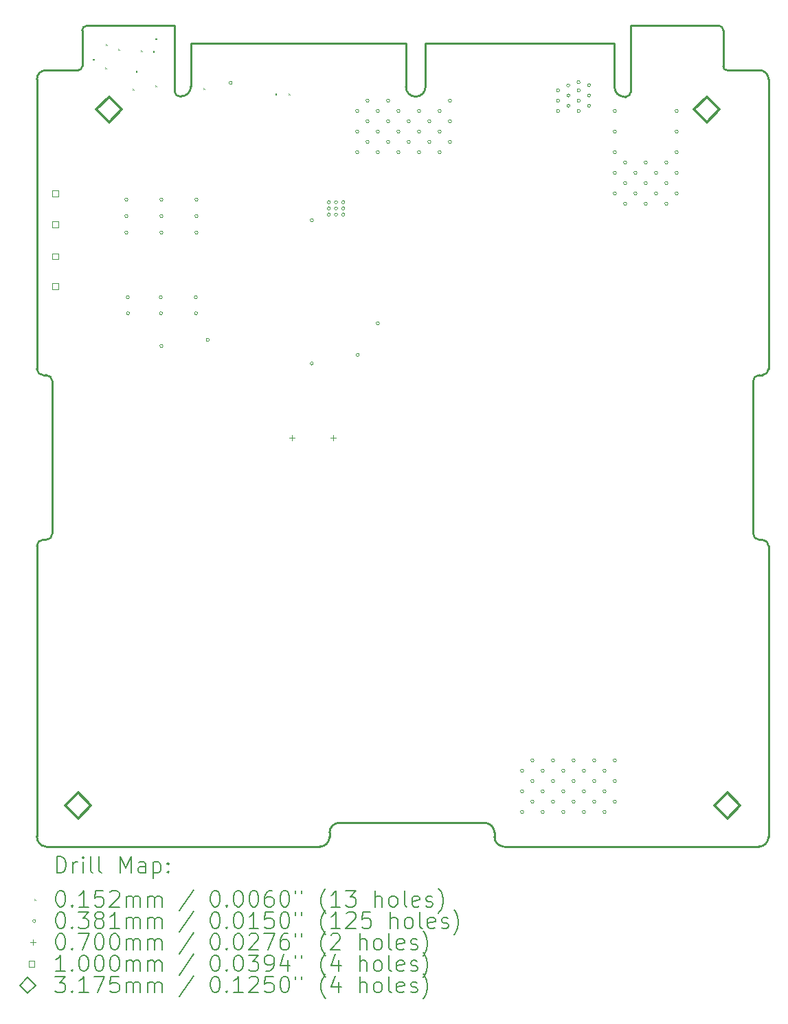
<source format=gbr>
%FSLAX45Y45*%
G04 Gerber Fmt 4.5, Leading zero omitted, Abs format (unit mm)*
G04 Created by KiCad (PCBNEW (6.0.2)) date 2022-09-07 09:44:24*
%MOMM*%
%LPD*%
G01*
G04 APERTURE LIST*
%TA.AperFunction,Profile*%
%ADD10C,0.254000*%
%TD*%
%ADD11C,0.200000*%
%ADD12C,0.015240*%
%ADD13C,0.038100*%
%ADD14C,0.070000*%
%ADD15C,0.100000*%
%ADD16C,0.317500*%
G04 APERTURE END LIST*
D10*
X10962640Y-14277340D02*
X10962640Y-14224000D01*
X10962640Y-14277340D02*
G75*
G03*
X11082020Y-14396720I119380J0D01*
G01*
X6474221Y-4284136D02*
X6944215Y-4284136D01*
X14150340Y-10541000D02*
X14150340Y-8663940D01*
X9872223Y-5037935D02*
G75*
G03*
X10112221Y-5037937I119999J-2D01*
G01*
X12442223Y-5037937D02*
G75*
G03*
X12562222Y-5157936I119999J0D01*
G01*
X7102223Y-5152933D02*
G75*
G03*
X7222222Y-5032934I0J119999D01*
G01*
X14340840Y-4942758D02*
G75*
G03*
X14230552Y-4832470I-110288J0D01*
G01*
X12642221Y-5100436D02*
X12642221Y-4490436D01*
X10112221Y-5037935D02*
X10112221Y-4500436D01*
X9872223Y-5037935D02*
X9872223Y-4500436D01*
X10112222Y-4500435D02*
X12442222Y-4500435D01*
X7022224Y-5095433D02*
X7022224Y-4485433D01*
X12442223Y-5037935D02*
X12442223Y-4500436D01*
X5433885Y-4832470D02*
G75*
G03*
X5323840Y-4942514I0J-110045D01*
G01*
X12562222Y-5157936D02*
X12584721Y-5157936D01*
X5833885Y-4832470D02*
G75*
G03*
X5882200Y-4784154I0J48316D01*
G01*
X7222222Y-5032932D02*
X7222222Y-4500435D01*
X14150340Y-10541000D02*
G75*
G03*
X14226540Y-10617200I76200J0D01*
G01*
X7079724Y-5152933D02*
X7102223Y-5152933D01*
X7222222Y-4500435D02*
X9872222Y-4500435D01*
X12704006Y-4282268D02*
X12774679Y-4282268D01*
X12584721Y-5157936D02*
G75*
G03*
X12642221Y-5100436I0J57500D01*
G01*
X5323840Y-8511540D02*
G75*
G03*
X5400040Y-8587740I76200J0D01*
G01*
X5939720Y-4284136D02*
G75*
G03*
X5882219Y-4341637I0J-57501D01*
G01*
X14264640Y-8587740D02*
G75*
G03*
X14340840Y-8511540I0J76200D01*
G01*
X13782218Y-4784136D02*
X13782218Y-4339137D01*
X5438140Y-10617200D02*
G75*
G03*
X5514340Y-10541000I0J76200D01*
G01*
X9050020Y-14104620D02*
G75*
G03*
X8930640Y-14224000I0J-119380D01*
G01*
X5323840Y-8511540D02*
X5323840Y-4942514D01*
X14340840Y-10693400D02*
G75*
G03*
X14264640Y-10617200I-76200J0D01*
G01*
X5514340Y-8663940D02*
G75*
G03*
X5438140Y-8587740I-76200J0D01*
G01*
X13782218Y-4784136D02*
G75*
G03*
X13830553Y-4832470I48334J0D01*
G01*
X13782218Y-4339137D02*
G75*
G03*
X13725349Y-4282268I-56869J0D01*
G01*
X8930640Y-14277340D02*
X8930640Y-14224000D01*
X5433885Y-4832470D02*
X5833885Y-4832470D01*
X7022224Y-5095433D02*
G75*
G03*
X7079724Y-5152933I57500J0D01*
G01*
X14340840Y-8511540D02*
X14340840Y-4942758D01*
X5400040Y-10617200D02*
G75*
G03*
X5323840Y-10693400I0J-76200D01*
G01*
X13830553Y-4832470D02*
X14230552Y-4832470D01*
X5882200Y-4784154D02*
X5882219Y-4341637D01*
X14226540Y-10617200D02*
X14264640Y-10617200D01*
X14221460Y-14396720D02*
G75*
G03*
X14340840Y-14277340I0J119380D01*
G01*
X10962640Y-14224000D02*
G75*
G03*
X10843260Y-14104620I-119380J0D01*
G01*
X8811260Y-14396720D02*
G75*
G03*
X8930640Y-14277340I0J119380D01*
G01*
X14226540Y-8587740D02*
X14264640Y-8587740D01*
X9050020Y-14104620D02*
X10843260Y-14104620D01*
X7022220Y-4485435D02*
X7022220Y-4284137D01*
X12642218Y-4490438D02*
X12642218Y-4282268D01*
X12642218Y-4282268D02*
X12704007Y-4282268D01*
X14226540Y-8587740D02*
G75*
G03*
X14150340Y-8663940I0J-76200D01*
G01*
X5939720Y-4284136D02*
X6474221Y-4284136D01*
X12774679Y-4282268D02*
X13725349Y-4282268D01*
X5323839Y-14269720D02*
X5323840Y-10693400D01*
X6944215Y-4284137D02*
X7022220Y-4284137D01*
X5323840Y-14269720D02*
G75*
G03*
X5435600Y-14396720I119380J-7620D01*
G01*
X11082020Y-14396720D02*
X14221460Y-14396720D01*
X14340840Y-14277340D02*
X14340840Y-10693400D01*
X5400040Y-10617200D02*
X5438140Y-10617200D01*
X5435600Y-14396719D02*
X8811260Y-14396720D01*
X5514340Y-10541000D02*
X5514340Y-8663940D01*
X5400040Y-8587740D02*
X5438140Y-8587740D01*
D11*
D12*
X6012180Y-4691380D02*
X6027420Y-4706620D01*
X6027420Y-4691380D02*
X6012180Y-4706620D01*
X6163178Y-4799198D02*
X6178418Y-4814438D01*
X6178418Y-4799198D02*
X6163178Y-4814438D01*
X6173470Y-4511040D02*
X6188710Y-4526280D01*
X6188710Y-4511040D02*
X6173470Y-4526280D01*
X6325870Y-4572000D02*
X6341110Y-4587240D01*
X6341110Y-4572000D02*
X6325870Y-4587240D01*
X6507480Y-5059680D02*
X6522720Y-5074920D01*
X6522720Y-5059680D02*
X6507480Y-5074920D01*
X6541770Y-4838700D02*
X6557010Y-4853940D01*
X6557010Y-4838700D02*
X6541770Y-4853940D01*
X6605270Y-4587240D02*
X6620510Y-4602480D01*
X6620510Y-4587240D02*
X6605270Y-4602480D01*
X6753860Y-4597400D02*
X6769100Y-4612640D01*
X6769100Y-4597400D02*
X6753860Y-4612640D01*
X6786880Y-4437380D02*
X6802120Y-4452620D01*
X6802120Y-4437380D02*
X6786880Y-4452620D01*
X6786880Y-5019040D02*
X6802120Y-5034280D01*
X6802120Y-5019040D02*
X6786880Y-5034280D01*
X7376160Y-5054600D02*
X7391400Y-5069840D01*
X7391400Y-5054600D02*
X7376160Y-5069840D01*
X8261401Y-5121859D02*
X8276641Y-5137099D01*
X8276641Y-5121859D02*
X8261401Y-5137099D01*
X8425180Y-5121859D02*
X8440420Y-5137099D01*
X8440420Y-5121859D02*
X8425180Y-5137099D01*
D13*
X6445250Y-6426200D02*
G75*
G03*
X6445250Y-6426200I-19050J0D01*
G01*
X6445250Y-6629400D02*
G75*
G03*
X6445250Y-6629400I-19050J0D01*
G01*
X6445250Y-6832600D02*
G75*
G03*
X6445250Y-6832600I-19050J0D01*
G01*
X6463350Y-7627300D02*
G75*
G03*
X6463350Y-7627300I-19050J0D01*
G01*
X6466550Y-7827300D02*
G75*
G03*
X6466550Y-7827300I-19050J0D01*
G01*
X6869750Y-7627300D02*
G75*
G03*
X6869750Y-7627300I-19050J0D01*
G01*
X6872950Y-7827300D02*
G75*
G03*
X6872950Y-7827300I-19050J0D01*
G01*
X6877050Y-6426200D02*
G75*
G03*
X6877050Y-6426200I-19050J0D01*
G01*
X6877050Y-6629400D02*
G75*
G03*
X6877050Y-6629400I-19050J0D01*
G01*
X6877050Y-6832600D02*
G75*
G03*
X6877050Y-6832600I-19050J0D01*
G01*
X6877050Y-8229600D02*
G75*
G03*
X6877050Y-8229600I-19050J0D01*
G01*
X7301550Y-7627300D02*
G75*
G03*
X7301550Y-7627300I-19050J0D01*
G01*
X7304750Y-7827300D02*
G75*
G03*
X7304750Y-7827300I-19050J0D01*
G01*
X7308850Y-6426200D02*
G75*
G03*
X7308850Y-6426200I-19050J0D01*
G01*
X7308850Y-6629400D02*
G75*
G03*
X7308850Y-6629400I-19050J0D01*
G01*
X7308850Y-6832600D02*
G75*
G03*
X7308850Y-6832600I-19050J0D01*
G01*
X7448550Y-8153400D02*
G75*
G03*
X7448550Y-8153400I-19050J0D01*
G01*
X7731272Y-4987778D02*
G75*
G03*
X7731272Y-4987778I-19050J0D01*
G01*
X8731250Y-6680200D02*
G75*
G03*
X8731250Y-6680200I-19050J0D01*
G01*
X8731250Y-8445500D02*
G75*
G03*
X8731250Y-8445500I-19050J0D01*
G01*
X8940800Y-6457950D02*
G75*
G03*
X8940800Y-6457950I-19050J0D01*
G01*
X8940800Y-6534150D02*
G75*
G03*
X8940800Y-6534150I-19050J0D01*
G01*
X8940800Y-6610350D02*
G75*
G03*
X8940800Y-6610350I-19050J0D01*
G01*
X9029700Y-6457950D02*
G75*
G03*
X9029700Y-6457950I-19050J0D01*
G01*
X9029700Y-6534150D02*
G75*
G03*
X9029700Y-6534150I-19050J0D01*
G01*
X9029700Y-6610350D02*
G75*
G03*
X9029700Y-6610350I-19050J0D01*
G01*
X9118600Y-6457950D02*
G75*
G03*
X9118600Y-6457950I-19050J0D01*
G01*
X9118600Y-6534150D02*
G75*
G03*
X9118600Y-6534150I-19050J0D01*
G01*
X9118600Y-6610350D02*
G75*
G03*
X9118600Y-6610350I-19050J0D01*
G01*
X9290050Y-5334000D02*
G75*
G03*
X9290050Y-5334000I-19050J0D01*
G01*
X9290050Y-5588000D02*
G75*
G03*
X9290050Y-5588000I-19050J0D01*
G01*
X9290050Y-5842000D02*
G75*
G03*
X9290050Y-5842000I-19050J0D01*
G01*
X9296100Y-8337850D02*
G75*
G03*
X9296100Y-8337850I-19050J0D01*
G01*
X9417050Y-5207000D02*
G75*
G03*
X9417050Y-5207000I-19050J0D01*
G01*
X9417050Y-5461000D02*
G75*
G03*
X9417050Y-5461000I-19050J0D01*
G01*
X9417050Y-5715000D02*
G75*
G03*
X9417050Y-5715000I-19050J0D01*
G01*
X9544050Y-5334000D02*
G75*
G03*
X9544050Y-5334000I-19050J0D01*
G01*
X9544050Y-5588000D02*
G75*
G03*
X9544050Y-5588000I-19050J0D01*
G01*
X9544050Y-5842000D02*
G75*
G03*
X9544050Y-5842000I-19050J0D01*
G01*
X9544050Y-7950200D02*
G75*
G03*
X9544050Y-7950200I-19050J0D01*
G01*
X9671050Y-5207000D02*
G75*
G03*
X9671050Y-5207000I-19050J0D01*
G01*
X9671050Y-5461000D02*
G75*
G03*
X9671050Y-5461000I-19050J0D01*
G01*
X9671050Y-5715000D02*
G75*
G03*
X9671050Y-5715000I-19050J0D01*
G01*
X9798050Y-5334000D02*
G75*
G03*
X9798050Y-5334000I-19050J0D01*
G01*
X9798050Y-5588000D02*
G75*
G03*
X9798050Y-5588000I-19050J0D01*
G01*
X9798050Y-5842000D02*
G75*
G03*
X9798050Y-5842000I-19050J0D01*
G01*
X9925050Y-5461000D02*
G75*
G03*
X9925050Y-5461000I-19050J0D01*
G01*
X9925050Y-5715000D02*
G75*
G03*
X9925050Y-5715000I-19050J0D01*
G01*
X10052050Y-5334000D02*
G75*
G03*
X10052050Y-5334000I-19050J0D01*
G01*
X10052050Y-5588000D02*
G75*
G03*
X10052050Y-5588000I-19050J0D01*
G01*
X10052050Y-5842000D02*
G75*
G03*
X10052050Y-5842000I-19050J0D01*
G01*
X10179050Y-5461000D02*
G75*
G03*
X10179050Y-5461000I-19050J0D01*
G01*
X10179050Y-5715000D02*
G75*
G03*
X10179050Y-5715000I-19050J0D01*
G01*
X10306050Y-5334000D02*
G75*
G03*
X10306050Y-5334000I-19050J0D01*
G01*
X10306050Y-5588000D02*
G75*
G03*
X10306050Y-5588000I-19050J0D01*
G01*
X10306050Y-5842000D02*
G75*
G03*
X10306050Y-5842000I-19050J0D01*
G01*
X10433050Y-5207000D02*
G75*
G03*
X10433050Y-5207000I-19050J0D01*
G01*
X10433050Y-5461000D02*
G75*
G03*
X10433050Y-5461000I-19050J0D01*
G01*
X10433050Y-5715000D02*
G75*
G03*
X10433050Y-5715000I-19050J0D01*
G01*
X11322050Y-13462000D02*
G75*
G03*
X11322050Y-13462000I-19050J0D01*
G01*
X11322050Y-13716000D02*
G75*
G03*
X11322050Y-13716000I-19050J0D01*
G01*
X11322050Y-13970000D02*
G75*
G03*
X11322050Y-13970000I-19050J0D01*
G01*
X11449050Y-13335000D02*
G75*
G03*
X11449050Y-13335000I-19050J0D01*
G01*
X11449050Y-13589000D02*
G75*
G03*
X11449050Y-13589000I-19050J0D01*
G01*
X11449050Y-13843000D02*
G75*
G03*
X11449050Y-13843000I-19050J0D01*
G01*
X11576050Y-13462000D02*
G75*
G03*
X11576050Y-13462000I-19050J0D01*
G01*
X11576050Y-13716000D02*
G75*
G03*
X11576050Y-13716000I-19050J0D01*
G01*
X11576050Y-13970000D02*
G75*
G03*
X11576050Y-13970000I-19050J0D01*
G01*
X11703050Y-13335000D02*
G75*
G03*
X11703050Y-13335000I-19050J0D01*
G01*
X11703050Y-13589000D02*
G75*
G03*
X11703050Y-13589000I-19050J0D01*
G01*
X11703050Y-13843000D02*
G75*
G03*
X11703050Y-13843000I-19050J0D01*
G01*
X11766550Y-5080000D02*
G75*
G03*
X11766550Y-5080000I-19050J0D01*
G01*
X11766550Y-5207000D02*
G75*
G03*
X11766550Y-5207000I-19050J0D01*
G01*
X11766550Y-5334000D02*
G75*
G03*
X11766550Y-5334000I-19050J0D01*
G01*
X11830050Y-13462000D02*
G75*
G03*
X11830050Y-13462000I-19050J0D01*
G01*
X11830050Y-13716000D02*
G75*
G03*
X11830050Y-13716000I-19050J0D01*
G01*
X11830050Y-13970000D02*
G75*
G03*
X11830050Y-13970000I-19050J0D01*
G01*
X11891272Y-5018778D02*
G75*
G03*
X11891272Y-5018778I-19050J0D01*
G01*
X11893550Y-5143500D02*
G75*
G03*
X11893550Y-5143500I-19050J0D01*
G01*
X11893550Y-5270500D02*
G75*
G03*
X11893550Y-5270500I-19050J0D01*
G01*
X11957050Y-13335000D02*
G75*
G03*
X11957050Y-13335000I-19050J0D01*
G01*
X11957050Y-13589000D02*
G75*
G03*
X11957050Y-13589000I-19050J0D01*
G01*
X11957050Y-13843000D02*
G75*
G03*
X11957050Y-13843000I-19050J0D01*
G01*
X12019050Y-4980000D02*
G75*
G03*
X12019050Y-4980000I-19050J0D01*
G01*
X12020550Y-5080000D02*
G75*
G03*
X12020550Y-5080000I-19050J0D01*
G01*
X12020550Y-5207000D02*
G75*
G03*
X12020550Y-5207000I-19050J0D01*
G01*
X12020550Y-5334000D02*
G75*
G03*
X12020550Y-5334000I-19050J0D01*
G01*
X12084050Y-13462000D02*
G75*
G03*
X12084050Y-13462000I-19050J0D01*
G01*
X12084050Y-13716000D02*
G75*
G03*
X12084050Y-13716000I-19050J0D01*
G01*
X12084050Y-13970000D02*
G75*
G03*
X12084050Y-13970000I-19050J0D01*
G01*
X12147550Y-5016500D02*
G75*
G03*
X12147550Y-5016500I-19050J0D01*
G01*
X12147550Y-5143500D02*
G75*
G03*
X12147550Y-5143500I-19050J0D01*
G01*
X12147550Y-5270500D02*
G75*
G03*
X12147550Y-5270500I-19050J0D01*
G01*
X12211050Y-13335000D02*
G75*
G03*
X12211050Y-13335000I-19050J0D01*
G01*
X12211050Y-13589000D02*
G75*
G03*
X12211050Y-13589000I-19050J0D01*
G01*
X12211050Y-13843000D02*
G75*
G03*
X12211050Y-13843000I-19050J0D01*
G01*
X12338050Y-13462000D02*
G75*
G03*
X12338050Y-13462000I-19050J0D01*
G01*
X12338050Y-13716000D02*
G75*
G03*
X12338050Y-13716000I-19050J0D01*
G01*
X12338050Y-13970000D02*
G75*
G03*
X12338050Y-13970000I-19050J0D01*
G01*
X12465050Y-5334000D02*
G75*
G03*
X12465050Y-5334000I-19050J0D01*
G01*
X12465050Y-5588000D02*
G75*
G03*
X12465050Y-5588000I-19050J0D01*
G01*
X12465050Y-5842000D02*
G75*
G03*
X12465050Y-5842000I-19050J0D01*
G01*
X12465050Y-6096000D02*
G75*
G03*
X12465050Y-6096000I-19050J0D01*
G01*
X12465050Y-6350000D02*
G75*
G03*
X12465050Y-6350000I-19050J0D01*
G01*
X12465050Y-13335000D02*
G75*
G03*
X12465050Y-13335000I-19050J0D01*
G01*
X12465050Y-13589000D02*
G75*
G03*
X12465050Y-13589000I-19050J0D01*
G01*
X12465050Y-13843000D02*
G75*
G03*
X12465050Y-13843000I-19050J0D01*
G01*
X12592050Y-5969000D02*
G75*
G03*
X12592050Y-5969000I-19050J0D01*
G01*
X12592050Y-6223000D02*
G75*
G03*
X12592050Y-6223000I-19050J0D01*
G01*
X12592050Y-6477000D02*
G75*
G03*
X12592050Y-6477000I-19050J0D01*
G01*
X12719050Y-6096000D02*
G75*
G03*
X12719050Y-6096000I-19050J0D01*
G01*
X12719050Y-6350000D02*
G75*
G03*
X12719050Y-6350000I-19050J0D01*
G01*
X12846050Y-5969000D02*
G75*
G03*
X12846050Y-5969000I-19050J0D01*
G01*
X12846050Y-6223000D02*
G75*
G03*
X12846050Y-6223000I-19050J0D01*
G01*
X12846050Y-6477000D02*
G75*
G03*
X12846050Y-6477000I-19050J0D01*
G01*
X12973050Y-6096000D02*
G75*
G03*
X12973050Y-6096000I-19050J0D01*
G01*
X12973050Y-6350000D02*
G75*
G03*
X12973050Y-6350000I-19050J0D01*
G01*
X13100050Y-5969000D02*
G75*
G03*
X13100050Y-5969000I-19050J0D01*
G01*
X13100050Y-6223000D02*
G75*
G03*
X13100050Y-6223000I-19050J0D01*
G01*
X13100050Y-6477000D02*
G75*
G03*
X13100050Y-6477000I-19050J0D01*
G01*
X13227050Y-5334000D02*
G75*
G03*
X13227050Y-5334000I-19050J0D01*
G01*
X13227050Y-5588000D02*
G75*
G03*
X13227050Y-5588000I-19050J0D01*
G01*
X13227050Y-5842000D02*
G75*
G03*
X13227050Y-5842000I-19050J0D01*
G01*
X13227050Y-6096000D02*
G75*
G03*
X13227050Y-6096000I-19050J0D01*
G01*
X13227050Y-6350000D02*
G75*
G03*
X13227050Y-6350000I-19050J0D01*
G01*
D14*
X8465900Y-9324900D02*
X8465900Y-9394900D01*
X8430900Y-9359900D02*
X8500900Y-9359900D01*
X8973900Y-9324900D02*
X8973900Y-9394900D01*
X8938900Y-9359900D02*
X9008900Y-9359900D01*
D15*
X5585256Y-6385356D02*
X5585256Y-6314644D01*
X5514544Y-6314644D01*
X5514544Y-6385356D01*
X5585256Y-6385356D01*
X5585256Y-6766356D02*
X5585256Y-6695644D01*
X5514544Y-6695644D01*
X5514544Y-6766356D01*
X5585256Y-6766356D01*
X5585256Y-7160056D02*
X5585256Y-7089344D01*
X5514544Y-7089344D01*
X5514544Y-7160056D01*
X5585256Y-7160056D01*
X5585256Y-7528356D02*
X5585256Y-7457644D01*
X5514544Y-7457644D01*
X5514544Y-7528356D01*
X5585256Y-7528356D01*
D16*
X5831840Y-14047470D02*
X5990590Y-13888720D01*
X5831840Y-13729970D01*
X5673090Y-13888720D01*
X5831840Y-14047470D01*
X6211840Y-5474470D02*
X6370590Y-5315720D01*
X6211840Y-5156970D01*
X6053090Y-5315720D01*
X6211840Y-5474470D01*
X13577840Y-5474470D02*
X13736590Y-5315720D01*
X13577840Y-5156970D01*
X13419090Y-5315720D01*
X13577840Y-5474470D01*
X13831840Y-14047470D02*
X13990590Y-13888720D01*
X13831840Y-13729970D01*
X13673090Y-13888720D01*
X13831840Y-14047470D01*
D11*
X5568516Y-14719896D02*
X5568516Y-14519896D01*
X5616135Y-14519896D01*
X5644707Y-14529420D01*
X5663754Y-14548467D01*
X5673278Y-14567515D01*
X5682802Y-14605610D01*
X5682802Y-14634182D01*
X5673278Y-14672277D01*
X5663754Y-14691324D01*
X5644707Y-14710372D01*
X5616135Y-14719896D01*
X5568516Y-14719896D01*
X5768516Y-14719896D02*
X5768516Y-14586563D01*
X5768516Y-14624658D02*
X5778040Y-14605610D01*
X5787564Y-14596086D01*
X5806611Y-14586563D01*
X5825659Y-14586563D01*
X5892326Y-14719896D02*
X5892326Y-14586563D01*
X5892326Y-14519896D02*
X5882802Y-14529420D01*
X5892326Y-14538944D01*
X5901849Y-14529420D01*
X5892326Y-14519896D01*
X5892326Y-14538944D01*
X6016135Y-14719896D02*
X5997088Y-14710372D01*
X5987564Y-14691324D01*
X5987564Y-14519896D01*
X6120897Y-14719896D02*
X6101849Y-14710372D01*
X6092326Y-14691324D01*
X6092326Y-14519896D01*
X6349469Y-14719896D02*
X6349469Y-14519896D01*
X6416135Y-14662753D01*
X6482802Y-14519896D01*
X6482802Y-14719896D01*
X6663754Y-14719896D02*
X6663754Y-14615134D01*
X6654230Y-14596086D01*
X6635183Y-14586563D01*
X6597088Y-14586563D01*
X6578040Y-14596086D01*
X6663754Y-14710372D02*
X6644707Y-14719896D01*
X6597088Y-14719896D01*
X6578040Y-14710372D01*
X6568516Y-14691324D01*
X6568516Y-14672277D01*
X6578040Y-14653229D01*
X6597088Y-14643705D01*
X6644707Y-14643705D01*
X6663754Y-14634182D01*
X6758992Y-14586563D02*
X6758992Y-14786563D01*
X6758992Y-14596086D02*
X6778040Y-14586563D01*
X6816135Y-14586563D01*
X6835183Y-14596086D01*
X6844707Y-14605610D01*
X6854230Y-14624658D01*
X6854230Y-14681801D01*
X6844707Y-14700848D01*
X6835183Y-14710372D01*
X6816135Y-14719896D01*
X6778040Y-14719896D01*
X6758992Y-14710372D01*
X6939945Y-14700848D02*
X6949469Y-14710372D01*
X6939945Y-14719896D01*
X6930421Y-14710372D01*
X6939945Y-14700848D01*
X6939945Y-14719896D01*
X6939945Y-14596086D02*
X6949469Y-14605610D01*
X6939945Y-14615134D01*
X6930421Y-14605610D01*
X6939945Y-14596086D01*
X6939945Y-14615134D01*
D12*
X5295657Y-15041800D02*
X5310897Y-15057040D01*
X5310897Y-15041800D02*
X5295657Y-15057040D01*
D11*
X5606611Y-14939896D02*
X5625659Y-14939896D01*
X5644707Y-14949420D01*
X5654230Y-14958944D01*
X5663754Y-14977991D01*
X5673278Y-15016086D01*
X5673278Y-15063705D01*
X5663754Y-15101801D01*
X5654230Y-15120848D01*
X5644707Y-15130372D01*
X5625659Y-15139896D01*
X5606611Y-15139896D01*
X5587564Y-15130372D01*
X5578040Y-15120848D01*
X5568516Y-15101801D01*
X5558992Y-15063705D01*
X5558992Y-15016086D01*
X5568516Y-14977991D01*
X5578040Y-14958944D01*
X5587564Y-14949420D01*
X5606611Y-14939896D01*
X5758992Y-15120848D02*
X5768516Y-15130372D01*
X5758992Y-15139896D01*
X5749469Y-15130372D01*
X5758992Y-15120848D01*
X5758992Y-15139896D01*
X5958992Y-15139896D02*
X5844707Y-15139896D01*
X5901849Y-15139896D02*
X5901849Y-14939896D01*
X5882802Y-14968467D01*
X5863754Y-14987515D01*
X5844707Y-14997039D01*
X6139945Y-14939896D02*
X6044707Y-14939896D01*
X6035183Y-15035134D01*
X6044707Y-15025610D01*
X6063754Y-15016086D01*
X6111373Y-15016086D01*
X6130421Y-15025610D01*
X6139945Y-15035134D01*
X6149469Y-15054182D01*
X6149469Y-15101801D01*
X6139945Y-15120848D01*
X6130421Y-15130372D01*
X6111373Y-15139896D01*
X6063754Y-15139896D01*
X6044707Y-15130372D01*
X6035183Y-15120848D01*
X6225659Y-14958944D02*
X6235183Y-14949420D01*
X6254230Y-14939896D01*
X6301849Y-14939896D01*
X6320897Y-14949420D01*
X6330421Y-14958944D01*
X6339945Y-14977991D01*
X6339945Y-14997039D01*
X6330421Y-15025610D01*
X6216135Y-15139896D01*
X6339945Y-15139896D01*
X6425659Y-15139896D02*
X6425659Y-15006563D01*
X6425659Y-15025610D02*
X6435183Y-15016086D01*
X6454230Y-15006563D01*
X6482802Y-15006563D01*
X6501849Y-15016086D01*
X6511373Y-15035134D01*
X6511373Y-15139896D01*
X6511373Y-15035134D02*
X6520897Y-15016086D01*
X6539945Y-15006563D01*
X6568516Y-15006563D01*
X6587564Y-15016086D01*
X6597088Y-15035134D01*
X6597088Y-15139896D01*
X6692326Y-15139896D02*
X6692326Y-15006563D01*
X6692326Y-15025610D02*
X6701849Y-15016086D01*
X6720897Y-15006563D01*
X6749469Y-15006563D01*
X6768516Y-15016086D01*
X6778040Y-15035134D01*
X6778040Y-15139896D01*
X6778040Y-15035134D02*
X6787564Y-15016086D01*
X6806611Y-15006563D01*
X6835183Y-15006563D01*
X6854230Y-15016086D01*
X6863754Y-15035134D01*
X6863754Y-15139896D01*
X7254230Y-14930372D02*
X7082802Y-15187515D01*
X7511373Y-14939896D02*
X7530421Y-14939896D01*
X7549469Y-14949420D01*
X7558992Y-14958944D01*
X7568516Y-14977991D01*
X7578040Y-15016086D01*
X7578040Y-15063705D01*
X7568516Y-15101801D01*
X7558992Y-15120848D01*
X7549469Y-15130372D01*
X7530421Y-15139896D01*
X7511373Y-15139896D01*
X7492326Y-15130372D01*
X7482802Y-15120848D01*
X7473278Y-15101801D01*
X7463754Y-15063705D01*
X7463754Y-15016086D01*
X7473278Y-14977991D01*
X7482802Y-14958944D01*
X7492326Y-14949420D01*
X7511373Y-14939896D01*
X7663754Y-15120848D02*
X7673278Y-15130372D01*
X7663754Y-15139896D01*
X7654230Y-15130372D01*
X7663754Y-15120848D01*
X7663754Y-15139896D01*
X7797088Y-14939896D02*
X7816135Y-14939896D01*
X7835183Y-14949420D01*
X7844707Y-14958944D01*
X7854230Y-14977991D01*
X7863754Y-15016086D01*
X7863754Y-15063705D01*
X7854230Y-15101801D01*
X7844707Y-15120848D01*
X7835183Y-15130372D01*
X7816135Y-15139896D01*
X7797088Y-15139896D01*
X7778040Y-15130372D01*
X7768516Y-15120848D01*
X7758992Y-15101801D01*
X7749469Y-15063705D01*
X7749469Y-15016086D01*
X7758992Y-14977991D01*
X7768516Y-14958944D01*
X7778040Y-14949420D01*
X7797088Y-14939896D01*
X7987564Y-14939896D02*
X8006611Y-14939896D01*
X8025659Y-14949420D01*
X8035183Y-14958944D01*
X8044707Y-14977991D01*
X8054230Y-15016086D01*
X8054230Y-15063705D01*
X8044707Y-15101801D01*
X8035183Y-15120848D01*
X8025659Y-15130372D01*
X8006611Y-15139896D01*
X7987564Y-15139896D01*
X7968516Y-15130372D01*
X7958992Y-15120848D01*
X7949469Y-15101801D01*
X7939945Y-15063705D01*
X7939945Y-15016086D01*
X7949469Y-14977991D01*
X7958992Y-14958944D01*
X7968516Y-14949420D01*
X7987564Y-14939896D01*
X8225659Y-14939896D02*
X8187564Y-14939896D01*
X8168516Y-14949420D01*
X8158992Y-14958944D01*
X8139945Y-14987515D01*
X8130421Y-15025610D01*
X8130421Y-15101801D01*
X8139945Y-15120848D01*
X8149469Y-15130372D01*
X8168516Y-15139896D01*
X8206611Y-15139896D01*
X8225659Y-15130372D01*
X8235183Y-15120848D01*
X8244707Y-15101801D01*
X8244707Y-15054182D01*
X8235183Y-15035134D01*
X8225659Y-15025610D01*
X8206611Y-15016086D01*
X8168516Y-15016086D01*
X8149469Y-15025610D01*
X8139945Y-15035134D01*
X8130421Y-15054182D01*
X8368516Y-14939896D02*
X8387564Y-14939896D01*
X8406611Y-14949420D01*
X8416135Y-14958944D01*
X8425659Y-14977991D01*
X8435183Y-15016086D01*
X8435183Y-15063705D01*
X8425659Y-15101801D01*
X8416135Y-15120848D01*
X8406611Y-15130372D01*
X8387564Y-15139896D01*
X8368516Y-15139896D01*
X8349469Y-15130372D01*
X8339945Y-15120848D01*
X8330421Y-15101801D01*
X8320897Y-15063705D01*
X8320897Y-15016086D01*
X8330421Y-14977991D01*
X8339945Y-14958944D01*
X8349469Y-14949420D01*
X8368516Y-14939896D01*
X8511373Y-14939896D02*
X8511373Y-14977991D01*
X8587564Y-14939896D02*
X8587564Y-14977991D01*
X8882802Y-15216086D02*
X8873278Y-15206563D01*
X8854231Y-15177991D01*
X8844707Y-15158944D01*
X8835183Y-15130372D01*
X8825659Y-15082753D01*
X8825659Y-15044658D01*
X8835183Y-14997039D01*
X8844707Y-14968467D01*
X8854231Y-14949420D01*
X8873278Y-14920848D01*
X8882802Y-14911324D01*
X9063754Y-15139896D02*
X8949469Y-15139896D01*
X9006611Y-15139896D02*
X9006611Y-14939896D01*
X8987564Y-14968467D01*
X8968516Y-14987515D01*
X8949469Y-14997039D01*
X9130421Y-14939896D02*
X9254231Y-14939896D01*
X9187564Y-15016086D01*
X9216135Y-15016086D01*
X9235183Y-15025610D01*
X9244707Y-15035134D01*
X9254231Y-15054182D01*
X9254231Y-15101801D01*
X9244707Y-15120848D01*
X9235183Y-15130372D01*
X9216135Y-15139896D01*
X9158992Y-15139896D01*
X9139945Y-15130372D01*
X9130421Y-15120848D01*
X9492326Y-15139896D02*
X9492326Y-14939896D01*
X9578040Y-15139896D02*
X9578040Y-15035134D01*
X9568516Y-15016086D01*
X9549469Y-15006563D01*
X9520897Y-15006563D01*
X9501850Y-15016086D01*
X9492326Y-15025610D01*
X9701850Y-15139896D02*
X9682802Y-15130372D01*
X9673278Y-15120848D01*
X9663754Y-15101801D01*
X9663754Y-15044658D01*
X9673278Y-15025610D01*
X9682802Y-15016086D01*
X9701850Y-15006563D01*
X9730421Y-15006563D01*
X9749469Y-15016086D01*
X9758992Y-15025610D01*
X9768516Y-15044658D01*
X9768516Y-15101801D01*
X9758992Y-15120848D01*
X9749469Y-15130372D01*
X9730421Y-15139896D01*
X9701850Y-15139896D01*
X9882802Y-15139896D02*
X9863754Y-15130372D01*
X9854231Y-15111324D01*
X9854231Y-14939896D01*
X10035183Y-15130372D02*
X10016135Y-15139896D01*
X9978040Y-15139896D01*
X9958992Y-15130372D01*
X9949469Y-15111324D01*
X9949469Y-15035134D01*
X9958992Y-15016086D01*
X9978040Y-15006563D01*
X10016135Y-15006563D01*
X10035183Y-15016086D01*
X10044707Y-15035134D01*
X10044707Y-15054182D01*
X9949469Y-15073229D01*
X10120897Y-15130372D02*
X10139945Y-15139896D01*
X10178040Y-15139896D01*
X10197088Y-15130372D01*
X10206611Y-15111324D01*
X10206611Y-15101801D01*
X10197088Y-15082753D01*
X10178040Y-15073229D01*
X10149469Y-15073229D01*
X10130421Y-15063705D01*
X10120897Y-15044658D01*
X10120897Y-15035134D01*
X10130421Y-15016086D01*
X10149469Y-15006563D01*
X10178040Y-15006563D01*
X10197088Y-15016086D01*
X10273278Y-15216086D02*
X10282802Y-15206563D01*
X10301850Y-15177991D01*
X10311373Y-15158944D01*
X10320897Y-15130372D01*
X10330421Y-15082753D01*
X10330421Y-15044658D01*
X10320897Y-14997039D01*
X10311373Y-14968467D01*
X10301850Y-14949420D01*
X10282802Y-14920848D01*
X10273278Y-14911324D01*
D13*
X5310897Y-15313420D02*
G75*
G03*
X5310897Y-15313420I-19050J0D01*
G01*
D11*
X5606611Y-15203896D02*
X5625659Y-15203896D01*
X5644707Y-15213420D01*
X5654230Y-15222944D01*
X5663754Y-15241991D01*
X5673278Y-15280086D01*
X5673278Y-15327705D01*
X5663754Y-15365801D01*
X5654230Y-15384848D01*
X5644707Y-15394372D01*
X5625659Y-15403896D01*
X5606611Y-15403896D01*
X5587564Y-15394372D01*
X5578040Y-15384848D01*
X5568516Y-15365801D01*
X5558992Y-15327705D01*
X5558992Y-15280086D01*
X5568516Y-15241991D01*
X5578040Y-15222944D01*
X5587564Y-15213420D01*
X5606611Y-15203896D01*
X5758992Y-15384848D02*
X5768516Y-15394372D01*
X5758992Y-15403896D01*
X5749469Y-15394372D01*
X5758992Y-15384848D01*
X5758992Y-15403896D01*
X5835183Y-15203896D02*
X5958992Y-15203896D01*
X5892326Y-15280086D01*
X5920897Y-15280086D01*
X5939945Y-15289610D01*
X5949469Y-15299134D01*
X5958992Y-15318182D01*
X5958992Y-15365801D01*
X5949469Y-15384848D01*
X5939945Y-15394372D01*
X5920897Y-15403896D01*
X5863754Y-15403896D01*
X5844707Y-15394372D01*
X5835183Y-15384848D01*
X6073278Y-15289610D02*
X6054230Y-15280086D01*
X6044707Y-15270563D01*
X6035183Y-15251515D01*
X6035183Y-15241991D01*
X6044707Y-15222944D01*
X6054230Y-15213420D01*
X6073278Y-15203896D01*
X6111373Y-15203896D01*
X6130421Y-15213420D01*
X6139945Y-15222944D01*
X6149469Y-15241991D01*
X6149469Y-15251515D01*
X6139945Y-15270563D01*
X6130421Y-15280086D01*
X6111373Y-15289610D01*
X6073278Y-15289610D01*
X6054230Y-15299134D01*
X6044707Y-15308658D01*
X6035183Y-15327705D01*
X6035183Y-15365801D01*
X6044707Y-15384848D01*
X6054230Y-15394372D01*
X6073278Y-15403896D01*
X6111373Y-15403896D01*
X6130421Y-15394372D01*
X6139945Y-15384848D01*
X6149469Y-15365801D01*
X6149469Y-15327705D01*
X6139945Y-15308658D01*
X6130421Y-15299134D01*
X6111373Y-15289610D01*
X6339945Y-15403896D02*
X6225659Y-15403896D01*
X6282802Y-15403896D02*
X6282802Y-15203896D01*
X6263754Y-15232467D01*
X6244707Y-15251515D01*
X6225659Y-15261039D01*
X6425659Y-15403896D02*
X6425659Y-15270563D01*
X6425659Y-15289610D02*
X6435183Y-15280086D01*
X6454230Y-15270563D01*
X6482802Y-15270563D01*
X6501849Y-15280086D01*
X6511373Y-15299134D01*
X6511373Y-15403896D01*
X6511373Y-15299134D02*
X6520897Y-15280086D01*
X6539945Y-15270563D01*
X6568516Y-15270563D01*
X6587564Y-15280086D01*
X6597088Y-15299134D01*
X6597088Y-15403896D01*
X6692326Y-15403896D02*
X6692326Y-15270563D01*
X6692326Y-15289610D02*
X6701849Y-15280086D01*
X6720897Y-15270563D01*
X6749469Y-15270563D01*
X6768516Y-15280086D01*
X6778040Y-15299134D01*
X6778040Y-15403896D01*
X6778040Y-15299134D02*
X6787564Y-15280086D01*
X6806611Y-15270563D01*
X6835183Y-15270563D01*
X6854230Y-15280086D01*
X6863754Y-15299134D01*
X6863754Y-15403896D01*
X7254230Y-15194372D02*
X7082802Y-15451515D01*
X7511373Y-15203896D02*
X7530421Y-15203896D01*
X7549469Y-15213420D01*
X7558992Y-15222944D01*
X7568516Y-15241991D01*
X7578040Y-15280086D01*
X7578040Y-15327705D01*
X7568516Y-15365801D01*
X7558992Y-15384848D01*
X7549469Y-15394372D01*
X7530421Y-15403896D01*
X7511373Y-15403896D01*
X7492326Y-15394372D01*
X7482802Y-15384848D01*
X7473278Y-15365801D01*
X7463754Y-15327705D01*
X7463754Y-15280086D01*
X7473278Y-15241991D01*
X7482802Y-15222944D01*
X7492326Y-15213420D01*
X7511373Y-15203896D01*
X7663754Y-15384848D02*
X7673278Y-15394372D01*
X7663754Y-15403896D01*
X7654230Y-15394372D01*
X7663754Y-15384848D01*
X7663754Y-15403896D01*
X7797088Y-15203896D02*
X7816135Y-15203896D01*
X7835183Y-15213420D01*
X7844707Y-15222944D01*
X7854230Y-15241991D01*
X7863754Y-15280086D01*
X7863754Y-15327705D01*
X7854230Y-15365801D01*
X7844707Y-15384848D01*
X7835183Y-15394372D01*
X7816135Y-15403896D01*
X7797088Y-15403896D01*
X7778040Y-15394372D01*
X7768516Y-15384848D01*
X7758992Y-15365801D01*
X7749469Y-15327705D01*
X7749469Y-15280086D01*
X7758992Y-15241991D01*
X7768516Y-15222944D01*
X7778040Y-15213420D01*
X7797088Y-15203896D01*
X8054230Y-15403896D02*
X7939945Y-15403896D01*
X7997088Y-15403896D02*
X7997088Y-15203896D01*
X7978040Y-15232467D01*
X7958992Y-15251515D01*
X7939945Y-15261039D01*
X8235183Y-15203896D02*
X8139945Y-15203896D01*
X8130421Y-15299134D01*
X8139945Y-15289610D01*
X8158992Y-15280086D01*
X8206611Y-15280086D01*
X8225659Y-15289610D01*
X8235183Y-15299134D01*
X8244707Y-15318182D01*
X8244707Y-15365801D01*
X8235183Y-15384848D01*
X8225659Y-15394372D01*
X8206611Y-15403896D01*
X8158992Y-15403896D01*
X8139945Y-15394372D01*
X8130421Y-15384848D01*
X8368516Y-15203896D02*
X8387564Y-15203896D01*
X8406611Y-15213420D01*
X8416135Y-15222944D01*
X8425659Y-15241991D01*
X8435183Y-15280086D01*
X8435183Y-15327705D01*
X8425659Y-15365801D01*
X8416135Y-15384848D01*
X8406611Y-15394372D01*
X8387564Y-15403896D01*
X8368516Y-15403896D01*
X8349469Y-15394372D01*
X8339945Y-15384848D01*
X8330421Y-15365801D01*
X8320897Y-15327705D01*
X8320897Y-15280086D01*
X8330421Y-15241991D01*
X8339945Y-15222944D01*
X8349469Y-15213420D01*
X8368516Y-15203896D01*
X8511373Y-15203896D02*
X8511373Y-15241991D01*
X8587564Y-15203896D02*
X8587564Y-15241991D01*
X8882802Y-15480086D02*
X8873278Y-15470563D01*
X8854231Y-15441991D01*
X8844707Y-15422944D01*
X8835183Y-15394372D01*
X8825659Y-15346753D01*
X8825659Y-15308658D01*
X8835183Y-15261039D01*
X8844707Y-15232467D01*
X8854231Y-15213420D01*
X8873278Y-15184848D01*
X8882802Y-15175324D01*
X9063754Y-15403896D02*
X8949469Y-15403896D01*
X9006611Y-15403896D02*
X9006611Y-15203896D01*
X8987564Y-15232467D01*
X8968516Y-15251515D01*
X8949469Y-15261039D01*
X9139945Y-15222944D02*
X9149469Y-15213420D01*
X9168516Y-15203896D01*
X9216135Y-15203896D01*
X9235183Y-15213420D01*
X9244707Y-15222944D01*
X9254231Y-15241991D01*
X9254231Y-15261039D01*
X9244707Y-15289610D01*
X9130421Y-15403896D01*
X9254231Y-15403896D01*
X9435183Y-15203896D02*
X9339945Y-15203896D01*
X9330421Y-15299134D01*
X9339945Y-15289610D01*
X9358992Y-15280086D01*
X9406611Y-15280086D01*
X9425659Y-15289610D01*
X9435183Y-15299134D01*
X9444707Y-15318182D01*
X9444707Y-15365801D01*
X9435183Y-15384848D01*
X9425659Y-15394372D01*
X9406611Y-15403896D01*
X9358992Y-15403896D01*
X9339945Y-15394372D01*
X9330421Y-15384848D01*
X9682802Y-15403896D02*
X9682802Y-15203896D01*
X9768516Y-15403896D02*
X9768516Y-15299134D01*
X9758992Y-15280086D01*
X9739945Y-15270563D01*
X9711373Y-15270563D01*
X9692326Y-15280086D01*
X9682802Y-15289610D01*
X9892326Y-15403896D02*
X9873278Y-15394372D01*
X9863754Y-15384848D01*
X9854231Y-15365801D01*
X9854231Y-15308658D01*
X9863754Y-15289610D01*
X9873278Y-15280086D01*
X9892326Y-15270563D01*
X9920897Y-15270563D01*
X9939945Y-15280086D01*
X9949469Y-15289610D01*
X9958992Y-15308658D01*
X9958992Y-15365801D01*
X9949469Y-15384848D01*
X9939945Y-15394372D01*
X9920897Y-15403896D01*
X9892326Y-15403896D01*
X10073278Y-15403896D02*
X10054231Y-15394372D01*
X10044707Y-15375324D01*
X10044707Y-15203896D01*
X10225659Y-15394372D02*
X10206611Y-15403896D01*
X10168516Y-15403896D01*
X10149469Y-15394372D01*
X10139945Y-15375324D01*
X10139945Y-15299134D01*
X10149469Y-15280086D01*
X10168516Y-15270563D01*
X10206611Y-15270563D01*
X10225659Y-15280086D01*
X10235183Y-15299134D01*
X10235183Y-15318182D01*
X10139945Y-15337229D01*
X10311373Y-15394372D02*
X10330421Y-15403896D01*
X10368516Y-15403896D01*
X10387564Y-15394372D01*
X10397088Y-15375324D01*
X10397088Y-15365801D01*
X10387564Y-15346753D01*
X10368516Y-15337229D01*
X10339945Y-15337229D01*
X10320897Y-15327705D01*
X10311373Y-15308658D01*
X10311373Y-15299134D01*
X10320897Y-15280086D01*
X10339945Y-15270563D01*
X10368516Y-15270563D01*
X10387564Y-15280086D01*
X10463754Y-15480086D02*
X10473278Y-15470563D01*
X10492326Y-15441991D01*
X10501850Y-15422944D01*
X10511373Y-15394372D01*
X10520897Y-15346753D01*
X10520897Y-15308658D01*
X10511373Y-15261039D01*
X10501850Y-15232467D01*
X10492326Y-15213420D01*
X10473278Y-15184848D01*
X10463754Y-15175324D01*
D14*
X5275897Y-15542420D02*
X5275897Y-15612420D01*
X5240897Y-15577420D02*
X5310897Y-15577420D01*
D11*
X5606611Y-15467896D02*
X5625659Y-15467896D01*
X5644707Y-15477420D01*
X5654230Y-15486944D01*
X5663754Y-15505991D01*
X5673278Y-15544086D01*
X5673278Y-15591705D01*
X5663754Y-15629801D01*
X5654230Y-15648848D01*
X5644707Y-15658372D01*
X5625659Y-15667896D01*
X5606611Y-15667896D01*
X5587564Y-15658372D01*
X5578040Y-15648848D01*
X5568516Y-15629801D01*
X5558992Y-15591705D01*
X5558992Y-15544086D01*
X5568516Y-15505991D01*
X5578040Y-15486944D01*
X5587564Y-15477420D01*
X5606611Y-15467896D01*
X5758992Y-15648848D02*
X5768516Y-15658372D01*
X5758992Y-15667896D01*
X5749469Y-15658372D01*
X5758992Y-15648848D01*
X5758992Y-15667896D01*
X5835183Y-15467896D02*
X5968516Y-15467896D01*
X5882802Y-15667896D01*
X6082802Y-15467896D02*
X6101849Y-15467896D01*
X6120897Y-15477420D01*
X6130421Y-15486944D01*
X6139945Y-15505991D01*
X6149469Y-15544086D01*
X6149469Y-15591705D01*
X6139945Y-15629801D01*
X6130421Y-15648848D01*
X6120897Y-15658372D01*
X6101849Y-15667896D01*
X6082802Y-15667896D01*
X6063754Y-15658372D01*
X6054230Y-15648848D01*
X6044707Y-15629801D01*
X6035183Y-15591705D01*
X6035183Y-15544086D01*
X6044707Y-15505991D01*
X6054230Y-15486944D01*
X6063754Y-15477420D01*
X6082802Y-15467896D01*
X6273278Y-15467896D02*
X6292326Y-15467896D01*
X6311373Y-15477420D01*
X6320897Y-15486944D01*
X6330421Y-15505991D01*
X6339945Y-15544086D01*
X6339945Y-15591705D01*
X6330421Y-15629801D01*
X6320897Y-15648848D01*
X6311373Y-15658372D01*
X6292326Y-15667896D01*
X6273278Y-15667896D01*
X6254230Y-15658372D01*
X6244707Y-15648848D01*
X6235183Y-15629801D01*
X6225659Y-15591705D01*
X6225659Y-15544086D01*
X6235183Y-15505991D01*
X6244707Y-15486944D01*
X6254230Y-15477420D01*
X6273278Y-15467896D01*
X6425659Y-15667896D02*
X6425659Y-15534563D01*
X6425659Y-15553610D02*
X6435183Y-15544086D01*
X6454230Y-15534563D01*
X6482802Y-15534563D01*
X6501849Y-15544086D01*
X6511373Y-15563134D01*
X6511373Y-15667896D01*
X6511373Y-15563134D02*
X6520897Y-15544086D01*
X6539945Y-15534563D01*
X6568516Y-15534563D01*
X6587564Y-15544086D01*
X6597088Y-15563134D01*
X6597088Y-15667896D01*
X6692326Y-15667896D02*
X6692326Y-15534563D01*
X6692326Y-15553610D02*
X6701849Y-15544086D01*
X6720897Y-15534563D01*
X6749469Y-15534563D01*
X6768516Y-15544086D01*
X6778040Y-15563134D01*
X6778040Y-15667896D01*
X6778040Y-15563134D02*
X6787564Y-15544086D01*
X6806611Y-15534563D01*
X6835183Y-15534563D01*
X6854230Y-15544086D01*
X6863754Y-15563134D01*
X6863754Y-15667896D01*
X7254230Y-15458372D02*
X7082802Y-15715515D01*
X7511373Y-15467896D02*
X7530421Y-15467896D01*
X7549469Y-15477420D01*
X7558992Y-15486944D01*
X7568516Y-15505991D01*
X7578040Y-15544086D01*
X7578040Y-15591705D01*
X7568516Y-15629801D01*
X7558992Y-15648848D01*
X7549469Y-15658372D01*
X7530421Y-15667896D01*
X7511373Y-15667896D01*
X7492326Y-15658372D01*
X7482802Y-15648848D01*
X7473278Y-15629801D01*
X7463754Y-15591705D01*
X7463754Y-15544086D01*
X7473278Y-15505991D01*
X7482802Y-15486944D01*
X7492326Y-15477420D01*
X7511373Y-15467896D01*
X7663754Y-15648848D02*
X7673278Y-15658372D01*
X7663754Y-15667896D01*
X7654230Y-15658372D01*
X7663754Y-15648848D01*
X7663754Y-15667896D01*
X7797088Y-15467896D02*
X7816135Y-15467896D01*
X7835183Y-15477420D01*
X7844707Y-15486944D01*
X7854230Y-15505991D01*
X7863754Y-15544086D01*
X7863754Y-15591705D01*
X7854230Y-15629801D01*
X7844707Y-15648848D01*
X7835183Y-15658372D01*
X7816135Y-15667896D01*
X7797088Y-15667896D01*
X7778040Y-15658372D01*
X7768516Y-15648848D01*
X7758992Y-15629801D01*
X7749469Y-15591705D01*
X7749469Y-15544086D01*
X7758992Y-15505991D01*
X7768516Y-15486944D01*
X7778040Y-15477420D01*
X7797088Y-15467896D01*
X7939945Y-15486944D02*
X7949469Y-15477420D01*
X7968516Y-15467896D01*
X8016135Y-15467896D01*
X8035183Y-15477420D01*
X8044707Y-15486944D01*
X8054230Y-15505991D01*
X8054230Y-15525039D01*
X8044707Y-15553610D01*
X7930421Y-15667896D01*
X8054230Y-15667896D01*
X8120897Y-15467896D02*
X8254230Y-15467896D01*
X8168516Y-15667896D01*
X8416135Y-15467896D02*
X8378040Y-15467896D01*
X8358992Y-15477420D01*
X8349469Y-15486944D01*
X8330421Y-15515515D01*
X8320897Y-15553610D01*
X8320897Y-15629801D01*
X8330421Y-15648848D01*
X8339945Y-15658372D01*
X8358992Y-15667896D01*
X8397088Y-15667896D01*
X8416135Y-15658372D01*
X8425659Y-15648848D01*
X8435183Y-15629801D01*
X8435183Y-15582182D01*
X8425659Y-15563134D01*
X8416135Y-15553610D01*
X8397088Y-15544086D01*
X8358992Y-15544086D01*
X8339945Y-15553610D01*
X8330421Y-15563134D01*
X8320897Y-15582182D01*
X8511373Y-15467896D02*
X8511373Y-15505991D01*
X8587564Y-15467896D02*
X8587564Y-15505991D01*
X8882802Y-15744086D02*
X8873278Y-15734563D01*
X8854231Y-15705991D01*
X8844707Y-15686944D01*
X8835183Y-15658372D01*
X8825659Y-15610753D01*
X8825659Y-15572658D01*
X8835183Y-15525039D01*
X8844707Y-15496467D01*
X8854231Y-15477420D01*
X8873278Y-15448848D01*
X8882802Y-15439324D01*
X8949469Y-15486944D02*
X8958992Y-15477420D01*
X8978040Y-15467896D01*
X9025659Y-15467896D01*
X9044707Y-15477420D01*
X9054231Y-15486944D01*
X9063754Y-15505991D01*
X9063754Y-15525039D01*
X9054231Y-15553610D01*
X8939945Y-15667896D01*
X9063754Y-15667896D01*
X9301850Y-15667896D02*
X9301850Y-15467896D01*
X9387564Y-15667896D02*
X9387564Y-15563134D01*
X9378040Y-15544086D01*
X9358992Y-15534563D01*
X9330421Y-15534563D01*
X9311373Y-15544086D01*
X9301850Y-15553610D01*
X9511373Y-15667896D02*
X9492326Y-15658372D01*
X9482802Y-15648848D01*
X9473278Y-15629801D01*
X9473278Y-15572658D01*
X9482802Y-15553610D01*
X9492326Y-15544086D01*
X9511373Y-15534563D01*
X9539945Y-15534563D01*
X9558992Y-15544086D01*
X9568516Y-15553610D01*
X9578040Y-15572658D01*
X9578040Y-15629801D01*
X9568516Y-15648848D01*
X9558992Y-15658372D01*
X9539945Y-15667896D01*
X9511373Y-15667896D01*
X9692326Y-15667896D02*
X9673278Y-15658372D01*
X9663754Y-15639324D01*
X9663754Y-15467896D01*
X9844707Y-15658372D02*
X9825659Y-15667896D01*
X9787564Y-15667896D01*
X9768516Y-15658372D01*
X9758992Y-15639324D01*
X9758992Y-15563134D01*
X9768516Y-15544086D01*
X9787564Y-15534563D01*
X9825659Y-15534563D01*
X9844707Y-15544086D01*
X9854231Y-15563134D01*
X9854231Y-15582182D01*
X9758992Y-15601229D01*
X9930421Y-15658372D02*
X9949469Y-15667896D01*
X9987564Y-15667896D01*
X10006611Y-15658372D01*
X10016135Y-15639324D01*
X10016135Y-15629801D01*
X10006611Y-15610753D01*
X9987564Y-15601229D01*
X9958992Y-15601229D01*
X9939945Y-15591705D01*
X9930421Y-15572658D01*
X9930421Y-15563134D01*
X9939945Y-15544086D01*
X9958992Y-15534563D01*
X9987564Y-15534563D01*
X10006611Y-15544086D01*
X10082802Y-15744086D02*
X10092326Y-15734563D01*
X10111373Y-15705991D01*
X10120897Y-15686944D01*
X10130421Y-15658372D01*
X10139945Y-15610753D01*
X10139945Y-15572658D01*
X10130421Y-15525039D01*
X10120897Y-15496467D01*
X10111373Y-15477420D01*
X10092326Y-15448848D01*
X10082802Y-15439324D01*
D15*
X5296253Y-15876775D02*
X5296253Y-15806064D01*
X5225542Y-15806064D01*
X5225542Y-15876775D01*
X5296253Y-15876775D01*
D11*
X5673278Y-15931896D02*
X5558992Y-15931896D01*
X5616135Y-15931896D02*
X5616135Y-15731896D01*
X5597088Y-15760467D01*
X5578040Y-15779515D01*
X5558992Y-15789039D01*
X5758992Y-15912848D02*
X5768516Y-15922372D01*
X5758992Y-15931896D01*
X5749469Y-15922372D01*
X5758992Y-15912848D01*
X5758992Y-15931896D01*
X5892326Y-15731896D02*
X5911373Y-15731896D01*
X5930421Y-15741420D01*
X5939945Y-15750944D01*
X5949469Y-15769991D01*
X5958992Y-15808086D01*
X5958992Y-15855705D01*
X5949469Y-15893801D01*
X5939945Y-15912848D01*
X5930421Y-15922372D01*
X5911373Y-15931896D01*
X5892326Y-15931896D01*
X5873278Y-15922372D01*
X5863754Y-15912848D01*
X5854230Y-15893801D01*
X5844707Y-15855705D01*
X5844707Y-15808086D01*
X5854230Y-15769991D01*
X5863754Y-15750944D01*
X5873278Y-15741420D01*
X5892326Y-15731896D01*
X6082802Y-15731896D02*
X6101849Y-15731896D01*
X6120897Y-15741420D01*
X6130421Y-15750944D01*
X6139945Y-15769991D01*
X6149469Y-15808086D01*
X6149469Y-15855705D01*
X6139945Y-15893801D01*
X6130421Y-15912848D01*
X6120897Y-15922372D01*
X6101849Y-15931896D01*
X6082802Y-15931896D01*
X6063754Y-15922372D01*
X6054230Y-15912848D01*
X6044707Y-15893801D01*
X6035183Y-15855705D01*
X6035183Y-15808086D01*
X6044707Y-15769991D01*
X6054230Y-15750944D01*
X6063754Y-15741420D01*
X6082802Y-15731896D01*
X6273278Y-15731896D02*
X6292326Y-15731896D01*
X6311373Y-15741420D01*
X6320897Y-15750944D01*
X6330421Y-15769991D01*
X6339945Y-15808086D01*
X6339945Y-15855705D01*
X6330421Y-15893801D01*
X6320897Y-15912848D01*
X6311373Y-15922372D01*
X6292326Y-15931896D01*
X6273278Y-15931896D01*
X6254230Y-15922372D01*
X6244707Y-15912848D01*
X6235183Y-15893801D01*
X6225659Y-15855705D01*
X6225659Y-15808086D01*
X6235183Y-15769991D01*
X6244707Y-15750944D01*
X6254230Y-15741420D01*
X6273278Y-15731896D01*
X6425659Y-15931896D02*
X6425659Y-15798563D01*
X6425659Y-15817610D02*
X6435183Y-15808086D01*
X6454230Y-15798563D01*
X6482802Y-15798563D01*
X6501849Y-15808086D01*
X6511373Y-15827134D01*
X6511373Y-15931896D01*
X6511373Y-15827134D02*
X6520897Y-15808086D01*
X6539945Y-15798563D01*
X6568516Y-15798563D01*
X6587564Y-15808086D01*
X6597088Y-15827134D01*
X6597088Y-15931896D01*
X6692326Y-15931896D02*
X6692326Y-15798563D01*
X6692326Y-15817610D02*
X6701849Y-15808086D01*
X6720897Y-15798563D01*
X6749469Y-15798563D01*
X6768516Y-15808086D01*
X6778040Y-15827134D01*
X6778040Y-15931896D01*
X6778040Y-15827134D02*
X6787564Y-15808086D01*
X6806611Y-15798563D01*
X6835183Y-15798563D01*
X6854230Y-15808086D01*
X6863754Y-15827134D01*
X6863754Y-15931896D01*
X7254230Y-15722372D02*
X7082802Y-15979515D01*
X7511373Y-15731896D02*
X7530421Y-15731896D01*
X7549469Y-15741420D01*
X7558992Y-15750944D01*
X7568516Y-15769991D01*
X7578040Y-15808086D01*
X7578040Y-15855705D01*
X7568516Y-15893801D01*
X7558992Y-15912848D01*
X7549469Y-15922372D01*
X7530421Y-15931896D01*
X7511373Y-15931896D01*
X7492326Y-15922372D01*
X7482802Y-15912848D01*
X7473278Y-15893801D01*
X7463754Y-15855705D01*
X7463754Y-15808086D01*
X7473278Y-15769991D01*
X7482802Y-15750944D01*
X7492326Y-15741420D01*
X7511373Y-15731896D01*
X7663754Y-15912848D02*
X7673278Y-15922372D01*
X7663754Y-15931896D01*
X7654230Y-15922372D01*
X7663754Y-15912848D01*
X7663754Y-15931896D01*
X7797088Y-15731896D02*
X7816135Y-15731896D01*
X7835183Y-15741420D01*
X7844707Y-15750944D01*
X7854230Y-15769991D01*
X7863754Y-15808086D01*
X7863754Y-15855705D01*
X7854230Y-15893801D01*
X7844707Y-15912848D01*
X7835183Y-15922372D01*
X7816135Y-15931896D01*
X7797088Y-15931896D01*
X7778040Y-15922372D01*
X7768516Y-15912848D01*
X7758992Y-15893801D01*
X7749469Y-15855705D01*
X7749469Y-15808086D01*
X7758992Y-15769991D01*
X7768516Y-15750944D01*
X7778040Y-15741420D01*
X7797088Y-15731896D01*
X7930421Y-15731896D02*
X8054230Y-15731896D01*
X7987564Y-15808086D01*
X8016135Y-15808086D01*
X8035183Y-15817610D01*
X8044707Y-15827134D01*
X8054230Y-15846182D01*
X8054230Y-15893801D01*
X8044707Y-15912848D01*
X8035183Y-15922372D01*
X8016135Y-15931896D01*
X7958992Y-15931896D01*
X7939945Y-15922372D01*
X7930421Y-15912848D01*
X8149469Y-15931896D02*
X8187564Y-15931896D01*
X8206611Y-15922372D01*
X8216135Y-15912848D01*
X8235183Y-15884277D01*
X8244707Y-15846182D01*
X8244707Y-15769991D01*
X8235183Y-15750944D01*
X8225659Y-15741420D01*
X8206611Y-15731896D01*
X8168516Y-15731896D01*
X8149469Y-15741420D01*
X8139945Y-15750944D01*
X8130421Y-15769991D01*
X8130421Y-15817610D01*
X8139945Y-15836658D01*
X8149469Y-15846182D01*
X8168516Y-15855705D01*
X8206611Y-15855705D01*
X8225659Y-15846182D01*
X8235183Y-15836658D01*
X8244707Y-15817610D01*
X8416135Y-15798563D02*
X8416135Y-15931896D01*
X8368516Y-15722372D02*
X8320897Y-15865229D01*
X8444707Y-15865229D01*
X8511373Y-15731896D02*
X8511373Y-15769991D01*
X8587564Y-15731896D02*
X8587564Y-15769991D01*
X8882802Y-16008086D02*
X8873278Y-15998563D01*
X8854231Y-15969991D01*
X8844707Y-15950944D01*
X8835183Y-15922372D01*
X8825659Y-15874753D01*
X8825659Y-15836658D01*
X8835183Y-15789039D01*
X8844707Y-15760467D01*
X8854231Y-15741420D01*
X8873278Y-15712848D01*
X8882802Y-15703324D01*
X9044707Y-15798563D02*
X9044707Y-15931896D01*
X8997088Y-15722372D02*
X8949469Y-15865229D01*
X9073278Y-15865229D01*
X9301850Y-15931896D02*
X9301850Y-15731896D01*
X9387564Y-15931896D02*
X9387564Y-15827134D01*
X9378040Y-15808086D01*
X9358992Y-15798563D01*
X9330421Y-15798563D01*
X9311373Y-15808086D01*
X9301850Y-15817610D01*
X9511373Y-15931896D02*
X9492326Y-15922372D01*
X9482802Y-15912848D01*
X9473278Y-15893801D01*
X9473278Y-15836658D01*
X9482802Y-15817610D01*
X9492326Y-15808086D01*
X9511373Y-15798563D01*
X9539945Y-15798563D01*
X9558992Y-15808086D01*
X9568516Y-15817610D01*
X9578040Y-15836658D01*
X9578040Y-15893801D01*
X9568516Y-15912848D01*
X9558992Y-15922372D01*
X9539945Y-15931896D01*
X9511373Y-15931896D01*
X9692326Y-15931896D02*
X9673278Y-15922372D01*
X9663754Y-15903324D01*
X9663754Y-15731896D01*
X9844707Y-15922372D02*
X9825659Y-15931896D01*
X9787564Y-15931896D01*
X9768516Y-15922372D01*
X9758992Y-15903324D01*
X9758992Y-15827134D01*
X9768516Y-15808086D01*
X9787564Y-15798563D01*
X9825659Y-15798563D01*
X9844707Y-15808086D01*
X9854231Y-15827134D01*
X9854231Y-15846182D01*
X9758992Y-15865229D01*
X9930421Y-15922372D02*
X9949469Y-15931896D01*
X9987564Y-15931896D01*
X10006611Y-15922372D01*
X10016135Y-15903324D01*
X10016135Y-15893801D01*
X10006611Y-15874753D01*
X9987564Y-15865229D01*
X9958992Y-15865229D01*
X9939945Y-15855705D01*
X9930421Y-15836658D01*
X9930421Y-15827134D01*
X9939945Y-15808086D01*
X9958992Y-15798563D01*
X9987564Y-15798563D01*
X10006611Y-15808086D01*
X10082802Y-16008086D02*
X10092326Y-15998563D01*
X10111373Y-15969991D01*
X10120897Y-15950944D01*
X10130421Y-15922372D01*
X10139945Y-15874753D01*
X10139945Y-15836658D01*
X10130421Y-15789039D01*
X10120897Y-15760467D01*
X10111373Y-15741420D01*
X10092326Y-15712848D01*
X10082802Y-15703324D01*
X5210897Y-16205420D02*
X5310897Y-16105420D01*
X5210897Y-16005420D01*
X5110897Y-16105420D01*
X5210897Y-16205420D01*
X5549469Y-15995896D02*
X5673278Y-15995896D01*
X5606611Y-16072086D01*
X5635183Y-16072086D01*
X5654230Y-16081610D01*
X5663754Y-16091134D01*
X5673278Y-16110182D01*
X5673278Y-16157801D01*
X5663754Y-16176848D01*
X5654230Y-16186372D01*
X5635183Y-16195896D01*
X5578040Y-16195896D01*
X5558992Y-16186372D01*
X5549469Y-16176848D01*
X5758992Y-16176848D02*
X5768516Y-16186372D01*
X5758992Y-16195896D01*
X5749469Y-16186372D01*
X5758992Y-16176848D01*
X5758992Y-16195896D01*
X5958992Y-16195896D02*
X5844707Y-16195896D01*
X5901849Y-16195896D02*
X5901849Y-15995896D01*
X5882802Y-16024467D01*
X5863754Y-16043515D01*
X5844707Y-16053039D01*
X6025659Y-15995896D02*
X6158992Y-15995896D01*
X6073278Y-16195896D01*
X6330421Y-15995896D02*
X6235183Y-15995896D01*
X6225659Y-16091134D01*
X6235183Y-16081610D01*
X6254230Y-16072086D01*
X6301849Y-16072086D01*
X6320897Y-16081610D01*
X6330421Y-16091134D01*
X6339945Y-16110182D01*
X6339945Y-16157801D01*
X6330421Y-16176848D01*
X6320897Y-16186372D01*
X6301849Y-16195896D01*
X6254230Y-16195896D01*
X6235183Y-16186372D01*
X6225659Y-16176848D01*
X6425659Y-16195896D02*
X6425659Y-16062563D01*
X6425659Y-16081610D02*
X6435183Y-16072086D01*
X6454230Y-16062563D01*
X6482802Y-16062563D01*
X6501849Y-16072086D01*
X6511373Y-16091134D01*
X6511373Y-16195896D01*
X6511373Y-16091134D02*
X6520897Y-16072086D01*
X6539945Y-16062563D01*
X6568516Y-16062563D01*
X6587564Y-16072086D01*
X6597088Y-16091134D01*
X6597088Y-16195896D01*
X6692326Y-16195896D02*
X6692326Y-16062563D01*
X6692326Y-16081610D02*
X6701849Y-16072086D01*
X6720897Y-16062563D01*
X6749469Y-16062563D01*
X6768516Y-16072086D01*
X6778040Y-16091134D01*
X6778040Y-16195896D01*
X6778040Y-16091134D02*
X6787564Y-16072086D01*
X6806611Y-16062563D01*
X6835183Y-16062563D01*
X6854230Y-16072086D01*
X6863754Y-16091134D01*
X6863754Y-16195896D01*
X7254230Y-15986372D02*
X7082802Y-16243515D01*
X7511373Y-15995896D02*
X7530421Y-15995896D01*
X7549469Y-16005420D01*
X7558992Y-16014944D01*
X7568516Y-16033991D01*
X7578040Y-16072086D01*
X7578040Y-16119705D01*
X7568516Y-16157801D01*
X7558992Y-16176848D01*
X7549469Y-16186372D01*
X7530421Y-16195896D01*
X7511373Y-16195896D01*
X7492326Y-16186372D01*
X7482802Y-16176848D01*
X7473278Y-16157801D01*
X7463754Y-16119705D01*
X7463754Y-16072086D01*
X7473278Y-16033991D01*
X7482802Y-16014944D01*
X7492326Y-16005420D01*
X7511373Y-15995896D01*
X7663754Y-16176848D02*
X7673278Y-16186372D01*
X7663754Y-16195896D01*
X7654230Y-16186372D01*
X7663754Y-16176848D01*
X7663754Y-16195896D01*
X7863754Y-16195896D02*
X7749469Y-16195896D01*
X7806611Y-16195896D02*
X7806611Y-15995896D01*
X7787564Y-16024467D01*
X7768516Y-16043515D01*
X7749469Y-16053039D01*
X7939945Y-16014944D02*
X7949469Y-16005420D01*
X7968516Y-15995896D01*
X8016135Y-15995896D01*
X8035183Y-16005420D01*
X8044707Y-16014944D01*
X8054230Y-16033991D01*
X8054230Y-16053039D01*
X8044707Y-16081610D01*
X7930421Y-16195896D01*
X8054230Y-16195896D01*
X8235183Y-15995896D02*
X8139945Y-15995896D01*
X8130421Y-16091134D01*
X8139945Y-16081610D01*
X8158992Y-16072086D01*
X8206611Y-16072086D01*
X8225659Y-16081610D01*
X8235183Y-16091134D01*
X8244707Y-16110182D01*
X8244707Y-16157801D01*
X8235183Y-16176848D01*
X8225659Y-16186372D01*
X8206611Y-16195896D01*
X8158992Y-16195896D01*
X8139945Y-16186372D01*
X8130421Y-16176848D01*
X8368516Y-15995896D02*
X8387564Y-15995896D01*
X8406611Y-16005420D01*
X8416135Y-16014944D01*
X8425659Y-16033991D01*
X8435183Y-16072086D01*
X8435183Y-16119705D01*
X8425659Y-16157801D01*
X8416135Y-16176848D01*
X8406611Y-16186372D01*
X8387564Y-16195896D01*
X8368516Y-16195896D01*
X8349469Y-16186372D01*
X8339945Y-16176848D01*
X8330421Y-16157801D01*
X8320897Y-16119705D01*
X8320897Y-16072086D01*
X8330421Y-16033991D01*
X8339945Y-16014944D01*
X8349469Y-16005420D01*
X8368516Y-15995896D01*
X8511373Y-15995896D02*
X8511373Y-16033991D01*
X8587564Y-15995896D02*
X8587564Y-16033991D01*
X8882802Y-16272086D02*
X8873278Y-16262563D01*
X8854231Y-16233991D01*
X8844707Y-16214944D01*
X8835183Y-16186372D01*
X8825659Y-16138753D01*
X8825659Y-16100658D01*
X8835183Y-16053039D01*
X8844707Y-16024467D01*
X8854231Y-16005420D01*
X8873278Y-15976848D01*
X8882802Y-15967324D01*
X9044707Y-16062563D02*
X9044707Y-16195896D01*
X8997088Y-15986372D02*
X8949469Y-16129229D01*
X9073278Y-16129229D01*
X9301850Y-16195896D02*
X9301850Y-15995896D01*
X9387564Y-16195896D02*
X9387564Y-16091134D01*
X9378040Y-16072086D01*
X9358992Y-16062563D01*
X9330421Y-16062563D01*
X9311373Y-16072086D01*
X9301850Y-16081610D01*
X9511373Y-16195896D02*
X9492326Y-16186372D01*
X9482802Y-16176848D01*
X9473278Y-16157801D01*
X9473278Y-16100658D01*
X9482802Y-16081610D01*
X9492326Y-16072086D01*
X9511373Y-16062563D01*
X9539945Y-16062563D01*
X9558992Y-16072086D01*
X9568516Y-16081610D01*
X9578040Y-16100658D01*
X9578040Y-16157801D01*
X9568516Y-16176848D01*
X9558992Y-16186372D01*
X9539945Y-16195896D01*
X9511373Y-16195896D01*
X9692326Y-16195896D02*
X9673278Y-16186372D01*
X9663754Y-16167324D01*
X9663754Y-15995896D01*
X9844707Y-16186372D02*
X9825659Y-16195896D01*
X9787564Y-16195896D01*
X9768516Y-16186372D01*
X9758992Y-16167324D01*
X9758992Y-16091134D01*
X9768516Y-16072086D01*
X9787564Y-16062563D01*
X9825659Y-16062563D01*
X9844707Y-16072086D01*
X9854231Y-16091134D01*
X9854231Y-16110182D01*
X9758992Y-16129229D01*
X9930421Y-16186372D02*
X9949469Y-16195896D01*
X9987564Y-16195896D01*
X10006611Y-16186372D01*
X10016135Y-16167324D01*
X10016135Y-16157801D01*
X10006611Y-16138753D01*
X9987564Y-16129229D01*
X9958992Y-16129229D01*
X9939945Y-16119705D01*
X9930421Y-16100658D01*
X9930421Y-16091134D01*
X9939945Y-16072086D01*
X9958992Y-16062563D01*
X9987564Y-16062563D01*
X10006611Y-16072086D01*
X10082802Y-16272086D02*
X10092326Y-16262563D01*
X10111373Y-16233991D01*
X10120897Y-16214944D01*
X10130421Y-16186372D01*
X10139945Y-16138753D01*
X10139945Y-16100658D01*
X10130421Y-16053039D01*
X10120897Y-16024467D01*
X10111373Y-16005420D01*
X10092326Y-15976848D01*
X10082802Y-15967324D01*
M02*

</source>
